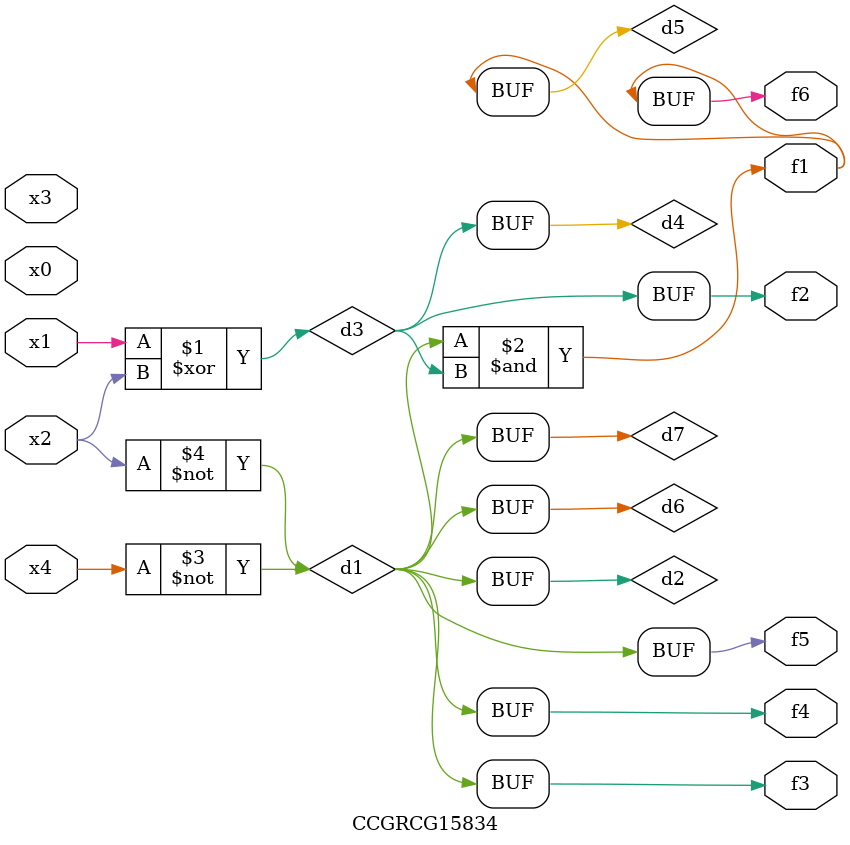
<source format=v>
module CCGRCG15834(
	input x0, x1, x2, x3, x4,
	output f1, f2, f3, f4, f5, f6
);

	wire d1, d2, d3, d4, d5, d6, d7;

	not (d1, x4);
	not (d2, x2);
	xor (d3, x1, x2);
	buf (d4, d3);
	and (d5, d1, d3);
	buf (d6, d1, d2);
	buf (d7, d2);
	assign f1 = d5;
	assign f2 = d4;
	assign f3 = d7;
	assign f4 = d7;
	assign f5 = d7;
	assign f6 = d5;
endmodule

</source>
